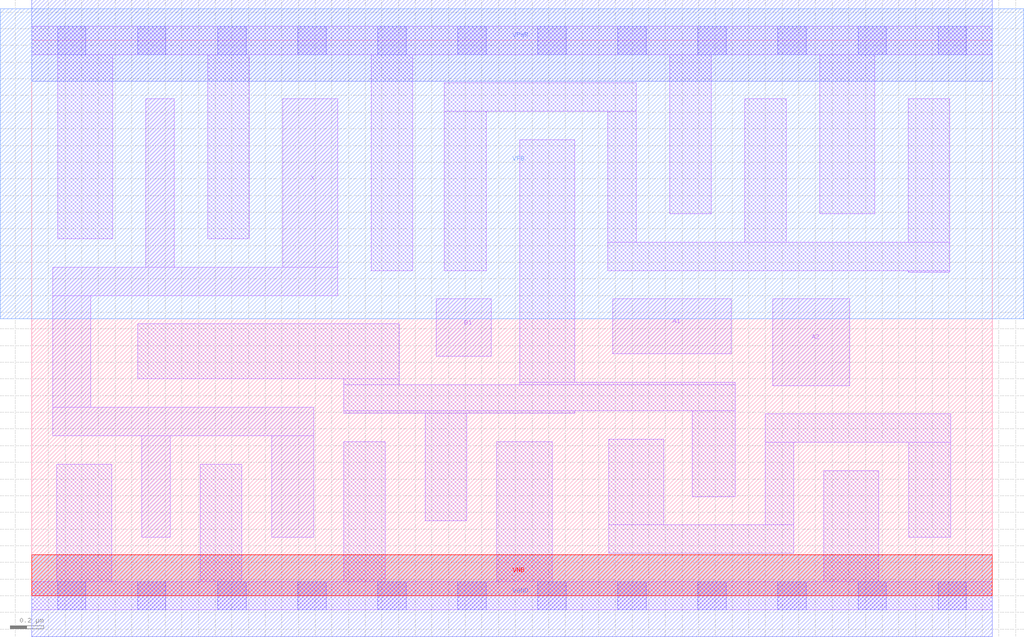
<source format=lef>
# Copyright 2020 The SkyWater PDK Authors
#
# Licensed under the Apache License, Version 2.0 (the "License");
# you may not use this file except in compliance with the License.
# You may obtain a copy of the License at
#
#     https://www.apache.org/licenses/LICENSE-2.0
#
# Unless required by applicable law or agreed to in writing, software
# distributed under the License is distributed on an "AS IS" BASIS,
# WITHOUT WARRANTIES OR CONDITIONS OF ANY KIND, either express or implied.
# See the License for the specific language governing permissions and
# limitations under the License.
#
# SPDX-License-Identifier: Apache-2.0

VERSION 5.7 ;
  NOWIREEXTENSIONATPIN ON ;
  DIVIDERCHAR "/" ;
  BUSBITCHARS "[]" ;
MACRO sky130_fd_sc_ls__a21o_4
  CLASS CORE ;
  FOREIGN sky130_fd_sc_ls__a21o_4 ;
  ORIGIN  0.000000  0.000000 ;
  SIZE  5.760000 BY  3.330000 ;
  SYMMETRY X Y ;
  SITE unit ;
  PIN A1
    ANTENNAGATEAREA  0.492000 ;
    DIRECTION INPUT ;
    USE SIGNAL ;
    PORT
      LAYER li1 ;
        RECT 3.485000 1.450000 4.195000 1.780000 ;
    END
  END A1
  PIN A2
    ANTENNAGATEAREA  0.492000 ;
    DIRECTION INPUT ;
    USE SIGNAL ;
    PORT
      LAYER li1 ;
        RECT 4.445000 1.260000 4.905000 1.780000 ;
    END
  END A2
  PIN B1
    ANTENNAGATEAREA  0.492000 ;
    DIRECTION INPUT ;
    USE SIGNAL ;
    PORT
      LAYER li1 ;
        RECT 2.425000 1.435000 2.755000 1.780000 ;
    END
  END B1
  PIN X
    ANTENNADIFFAREA  1.086400 ;
    DIRECTION OUTPUT ;
    USE SIGNAL ;
    PORT
      LAYER li1 ;
        RECT 0.125000 0.960000 1.690000 1.130000 ;
        RECT 0.125000 1.130000 0.355000 1.800000 ;
        RECT 0.125000 1.800000 1.835000 1.970000 ;
        RECT 0.660000 0.350000 0.830000 0.960000 ;
        RECT 0.685000 1.970000 0.855000 2.980000 ;
        RECT 1.440000 0.350000 1.690000 0.960000 ;
        RECT 1.505000 1.970000 1.835000 2.980000 ;
    END
  END X
  PIN VGND
    DIRECTION INOUT ;
    SHAPE ABUTMENT ;
    USE GROUND ;
    PORT
      LAYER met1 ;
        RECT 0.000000 -0.245000 5.760000 0.245000 ;
    END
  END VGND
  PIN VNB
    DIRECTION INOUT ;
    USE GROUND ;
    PORT
      LAYER pwell ;
        RECT 0.000000 0.000000 5.760000 0.245000 ;
    END
  END VNB
  PIN VPB
    DIRECTION INOUT ;
    USE POWER ;
    PORT
      LAYER nwell ;
        RECT -0.190000 1.660000 5.950000 3.520000 ;
    END
  END VPB
  PIN VPWR
    DIRECTION INOUT ;
    SHAPE ABUTMENT ;
    USE POWER ;
    PORT
      LAYER met1 ;
        RECT 0.000000 3.085000 5.760000 3.575000 ;
    END
  END VPWR
  OBS
    LAYER li1 ;
      RECT 0.000000 -0.085000 5.760000 0.085000 ;
      RECT 0.000000  3.245000 5.760000 3.415000 ;
      RECT 0.150000  0.085000 0.480000 0.790000 ;
      RECT 0.155000  2.140000 0.485000 3.245000 ;
      RECT 0.635000  1.300000 2.205000 1.630000 ;
      RECT 1.010000  0.085000 1.260000 0.790000 ;
      RECT 1.055000  2.140000 1.305000 3.245000 ;
      RECT 1.870000  0.085000 2.120000 0.925000 ;
      RECT 1.870000  1.095000 3.255000 1.110000 ;
      RECT 1.870000  1.110000 4.220000 1.265000 ;
      RECT 1.870000  1.265000 2.205000 1.300000 ;
      RECT 2.035000  1.950000 2.285000 3.245000 ;
      RECT 2.360000  0.450000 2.610000 1.095000 ;
      RECT 2.475000  1.950000 2.725000 2.905000 ;
      RECT 2.475000  2.905000 3.625000 3.075000 ;
      RECT 2.790000  0.085000 3.120000 0.925000 ;
      RECT 2.925000  1.265000 4.220000 1.280000 ;
      RECT 2.925000  1.280000 3.255000 2.735000 ;
      RECT 3.455000  1.950000 5.505000 2.120000 ;
      RECT 3.455000  2.120000 3.625000 2.905000 ;
      RECT 3.460000  0.255000 4.570000 0.425000 ;
      RECT 3.460000  0.425000 3.790000 0.940000 ;
      RECT 3.825000  2.290000 4.075000 3.245000 ;
      RECT 3.960000  0.595000 4.220000 1.110000 ;
      RECT 4.275000  2.120000 4.525000 2.980000 ;
      RECT 4.400000  0.425000 4.570000 0.920000 ;
      RECT 4.400000  0.920000 5.510000 1.090000 ;
      RECT 4.725000  2.290000 5.055000 3.245000 ;
      RECT 4.750000  0.085000 5.080000 0.750000 ;
      RECT 5.255000  1.940000 5.505000 1.950000 ;
      RECT 5.255000  2.120000 5.505000 2.980000 ;
      RECT 5.260000  0.350000 5.510000 0.920000 ;
    LAYER mcon ;
      RECT 0.155000 -0.085000 0.325000 0.085000 ;
      RECT 0.155000  3.245000 0.325000 3.415000 ;
      RECT 0.635000 -0.085000 0.805000 0.085000 ;
      RECT 0.635000  3.245000 0.805000 3.415000 ;
      RECT 1.115000 -0.085000 1.285000 0.085000 ;
      RECT 1.115000  3.245000 1.285000 3.415000 ;
      RECT 1.595000 -0.085000 1.765000 0.085000 ;
      RECT 1.595000  3.245000 1.765000 3.415000 ;
      RECT 2.075000 -0.085000 2.245000 0.085000 ;
      RECT 2.075000  3.245000 2.245000 3.415000 ;
      RECT 2.555000 -0.085000 2.725000 0.085000 ;
      RECT 2.555000  3.245000 2.725000 3.415000 ;
      RECT 3.035000 -0.085000 3.205000 0.085000 ;
      RECT 3.035000  3.245000 3.205000 3.415000 ;
      RECT 3.515000 -0.085000 3.685000 0.085000 ;
      RECT 3.515000  3.245000 3.685000 3.415000 ;
      RECT 3.995000 -0.085000 4.165000 0.085000 ;
      RECT 3.995000  3.245000 4.165000 3.415000 ;
      RECT 4.475000 -0.085000 4.645000 0.085000 ;
      RECT 4.475000  3.245000 4.645000 3.415000 ;
      RECT 4.955000 -0.085000 5.125000 0.085000 ;
      RECT 4.955000  3.245000 5.125000 3.415000 ;
      RECT 5.435000 -0.085000 5.605000 0.085000 ;
      RECT 5.435000  3.245000 5.605000 3.415000 ;
  END
END sky130_fd_sc_ls__a21o_4
END LIBRARY

</source>
